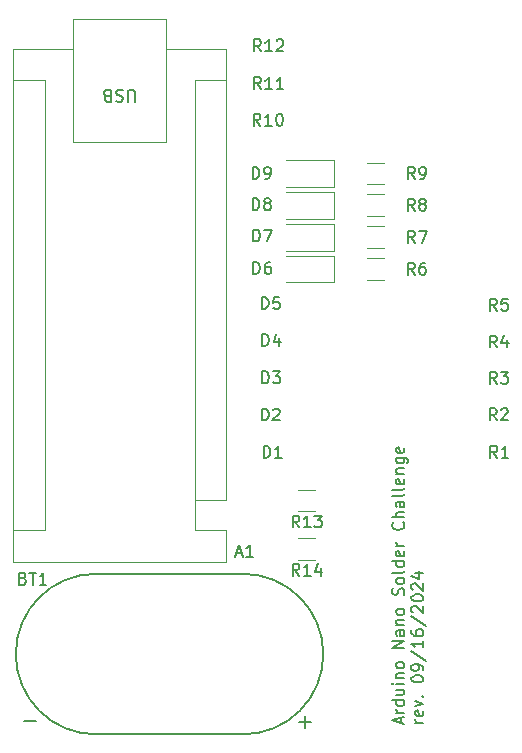
<source format=gbr>
%TF.GenerationSoftware,KiCad,Pcbnew,7.0.2-0*%
%TF.CreationDate,2024-09-16T14:38:33-04:00*%
%TF.ProjectId,ArduinoSolderChallenge,41726475-696e-46f5-936f-6c6465724368,rev?*%
%TF.SameCoordinates,Original*%
%TF.FileFunction,Legend,Top*%
%TF.FilePolarity,Positive*%
%FSLAX46Y46*%
G04 Gerber Fmt 4.6, Leading zero omitted, Abs format (unit mm)*
G04 Created by KiCad (PCBNEW 7.0.2-0) date 2024-09-16 14:38:33*
%MOMM*%
%LPD*%
G01*
G04 APERTURE LIST*
%ADD10C,0.150000*%
%ADD11C,0.120000*%
%ADD12C,0.127000*%
G04 APERTURE END LIST*
D10*
X75471904Y-79609523D02*
X75471904Y-79133333D01*
X75757619Y-79704761D02*
X74757619Y-79371428D01*
X74757619Y-79371428D02*
X75757619Y-79038095D01*
X75757619Y-78704761D02*
X75090952Y-78704761D01*
X75281428Y-78704761D02*
X75186190Y-78657142D01*
X75186190Y-78657142D02*
X75138571Y-78609523D01*
X75138571Y-78609523D02*
X75090952Y-78514285D01*
X75090952Y-78514285D02*
X75090952Y-78419047D01*
X75757619Y-77657142D02*
X74757619Y-77657142D01*
X75710000Y-77657142D02*
X75757619Y-77752380D01*
X75757619Y-77752380D02*
X75757619Y-77942856D01*
X75757619Y-77942856D02*
X75710000Y-78038094D01*
X75710000Y-78038094D02*
X75662380Y-78085713D01*
X75662380Y-78085713D02*
X75567142Y-78133332D01*
X75567142Y-78133332D02*
X75281428Y-78133332D01*
X75281428Y-78133332D02*
X75186190Y-78085713D01*
X75186190Y-78085713D02*
X75138571Y-78038094D01*
X75138571Y-78038094D02*
X75090952Y-77942856D01*
X75090952Y-77942856D02*
X75090952Y-77752380D01*
X75090952Y-77752380D02*
X75138571Y-77657142D01*
X75090952Y-76752380D02*
X75757619Y-76752380D01*
X75090952Y-77180951D02*
X75614761Y-77180951D01*
X75614761Y-77180951D02*
X75710000Y-77133332D01*
X75710000Y-77133332D02*
X75757619Y-77038094D01*
X75757619Y-77038094D02*
X75757619Y-76895237D01*
X75757619Y-76895237D02*
X75710000Y-76799999D01*
X75710000Y-76799999D02*
X75662380Y-76752380D01*
X75757619Y-76276189D02*
X75090952Y-76276189D01*
X74757619Y-76276189D02*
X74805238Y-76323808D01*
X74805238Y-76323808D02*
X74852857Y-76276189D01*
X74852857Y-76276189D02*
X74805238Y-76228570D01*
X74805238Y-76228570D02*
X74757619Y-76276189D01*
X74757619Y-76276189D02*
X74852857Y-76276189D01*
X75090952Y-75799999D02*
X75757619Y-75799999D01*
X75186190Y-75799999D02*
X75138571Y-75752380D01*
X75138571Y-75752380D02*
X75090952Y-75657142D01*
X75090952Y-75657142D02*
X75090952Y-75514285D01*
X75090952Y-75514285D02*
X75138571Y-75419047D01*
X75138571Y-75419047D02*
X75233809Y-75371428D01*
X75233809Y-75371428D02*
X75757619Y-75371428D01*
X75757619Y-74752380D02*
X75710000Y-74847618D01*
X75710000Y-74847618D02*
X75662380Y-74895237D01*
X75662380Y-74895237D02*
X75567142Y-74942856D01*
X75567142Y-74942856D02*
X75281428Y-74942856D01*
X75281428Y-74942856D02*
X75186190Y-74895237D01*
X75186190Y-74895237D02*
X75138571Y-74847618D01*
X75138571Y-74847618D02*
X75090952Y-74752380D01*
X75090952Y-74752380D02*
X75090952Y-74609523D01*
X75090952Y-74609523D02*
X75138571Y-74514285D01*
X75138571Y-74514285D02*
X75186190Y-74466666D01*
X75186190Y-74466666D02*
X75281428Y-74419047D01*
X75281428Y-74419047D02*
X75567142Y-74419047D01*
X75567142Y-74419047D02*
X75662380Y-74466666D01*
X75662380Y-74466666D02*
X75710000Y-74514285D01*
X75710000Y-74514285D02*
X75757619Y-74609523D01*
X75757619Y-74609523D02*
X75757619Y-74752380D01*
X75757619Y-73228570D02*
X74757619Y-73228570D01*
X74757619Y-73228570D02*
X75757619Y-72657142D01*
X75757619Y-72657142D02*
X74757619Y-72657142D01*
X75757619Y-71752380D02*
X75233809Y-71752380D01*
X75233809Y-71752380D02*
X75138571Y-71799999D01*
X75138571Y-71799999D02*
X75090952Y-71895237D01*
X75090952Y-71895237D02*
X75090952Y-72085713D01*
X75090952Y-72085713D02*
X75138571Y-72180951D01*
X75710000Y-71752380D02*
X75757619Y-71847618D01*
X75757619Y-71847618D02*
X75757619Y-72085713D01*
X75757619Y-72085713D02*
X75710000Y-72180951D01*
X75710000Y-72180951D02*
X75614761Y-72228570D01*
X75614761Y-72228570D02*
X75519523Y-72228570D01*
X75519523Y-72228570D02*
X75424285Y-72180951D01*
X75424285Y-72180951D02*
X75376666Y-72085713D01*
X75376666Y-72085713D02*
X75376666Y-71847618D01*
X75376666Y-71847618D02*
X75329047Y-71752380D01*
X75090952Y-71276189D02*
X75757619Y-71276189D01*
X75186190Y-71276189D02*
X75138571Y-71228570D01*
X75138571Y-71228570D02*
X75090952Y-71133332D01*
X75090952Y-71133332D02*
X75090952Y-70990475D01*
X75090952Y-70990475D02*
X75138571Y-70895237D01*
X75138571Y-70895237D02*
X75233809Y-70847618D01*
X75233809Y-70847618D02*
X75757619Y-70847618D01*
X75757619Y-70228570D02*
X75710000Y-70323808D01*
X75710000Y-70323808D02*
X75662380Y-70371427D01*
X75662380Y-70371427D02*
X75567142Y-70419046D01*
X75567142Y-70419046D02*
X75281428Y-70419046D01*
X75281428Y-70419046D02*
X75186190Y-70371427D01*
X75186190Y-70371427D02*
X75138571Y-70323808D01*
X75138571Y-70323808D02*
X75090952Y-70228570D01*
X75090952Y-70228570D02*
X75090952Y-70085713D01*
X75090952Y-70085713D02*
X75138571Y-69990475D01*
X75138571Y-69990475D02*
X75186190Y-69942856D01*
X75186190Y-69942856D02*
X75281428Y-69895237D01*
X75281428Y-69895237D02*
X75567142Y-69895237D01*
X75567142Y-69895237D02*
X75662380Y-69942856D01*
X75662380Y-69942856D02*
X75710000Y-69990475D01*
X75710000Y-69990475D02*
X75757619Y-70085713D01*
X75757619Y-70085713D02*
X75757619Y-70228570D01*
X75710000Y-68752379D02*
X75757619Y-68609522D01*
X75757619Y-68609522D02*
X75757619Y-68371427D01*
X75757619Y-68371427D02*
X75710000Y-68276189D01*
X75710000Y-68276189D02*
X75662380Y-68228570D01*
X75662380Y-68228570D02*
X75567142Y-68180951D01*
X75567142Y-68180951D02*
X75471904Y-68180951D01*
X75471904Y-68180951D02*
X75376666Y-68228570D01*
X75376666Y-68228570D02*
X75329047Y-68276189D01*
X75329047Y-68276189D02*
X75281428Y-68371427D01*
X75281428Y-68371427D02*
X75233809Y-68561903D01*
X75233809Y-68561903D02*
X75186190Y-68657141D01*
X75186190Y-68657141D02*
X75138571Y-68704760D01*
X75138571Y-68704760D02*
X75043333Y-68752379D01*
X75043333Y-68752379D02*
X74948095Y-68752379D01*
X74948095Y-68752379D02*
X74852857Y-68704760D01*
X74852857Y-68704760D02*
X74805238Y-68657141D01*
X74805238Y-68657141D02*
X74757619Y-68561903D01*
X74757619Y-68561903D02*
X74757619Y-68323808D01*
X74757619Y-68323808D02*
X74805238Y-68180951D01*
X75757619Y-67609522D02*
X75710000Y-67704760D01*
X75710000Y-67704760D02*
X75662380Y-67752379D01*
X75662380Y-67752379D02*
X75567142Y-67799998D01*
X75567142Y-67799998D02*
X75281428Y-67799998D01*
X75281428Y-67799998D02*
X75186190Y-67752379D01*
X75186190Y-67752379D02*
X75138571Y-67704760D01*
X75138571Y-67704760D02*
X75090952Y-67609522D01*
X75090952Y-67609522D02*
X75090952Y-67466665D01*
X75090952Y-67466665D02*
X75138571Y-67371427D01*
X75138571Y-67371427D02*
X75186190Y-67323808D01*
X75186190Y-67323808D02*
X75281428Y-67276189D01*
X75281428Y-67276189D02*
X75567142Y-67276189D01*
X75567142Y-67276189D02*
X75662380Y-67323808D01*
X75662380Y-67323808D02*
X75710000Y-67371427D01*
X75710000Y-67371427D02*
X75757619Y-67466665D01*
X75757619Y-67466665D02*
X75757619Y-67609522D01*
X75757619Y-66704760D02*
X75710000Y-66799998D01*
X75710000Y-66799998D02*
X75614761Y-66847617D01*
X75614761Y-66847617D02*
X74757619Y-66847617D01*
X75757619Y-65895236D02*
X74757619Y-65895236D01*
X75710000Y-65895236D02*
X75757619Y-65990474D01*
X75757619Y-65990474D02*
X75757619Y-66180950D01*
X75757619Y-66180950D02*
X75710000Y-66276188D01*
X75710000Y-66276188D02*
X75662380Y-66323807D01*
X75662380Y-66323807D02*
X75567142Y-66371426D01*
X75567142Y-66371426D02*
X75281428Y-66371426D01*
X75281428Y-66371426D02*
X75186190Y-66323807D01*
X75186190Y-66323807D02*
X75138571Y-66276188D01*
X75138571Y-66276188D02*
X75090952Y-66180950D01*
X75090952Y-66180950D02*
X75090952Y-65990474D01*
X75090952Y-65990474D02*
X75138571Y-65895236D01*
X75710000Y-65038093D02*
X75757619Y-65133331D01*
X75757619Y-65133331D02*
X75757619Y-65323807D01*
X75757619Y-65323807D02*
X75710000Y-65419045D01*
X75710000Y-65419045D02*
X75614761Y-65466664D01*
X75614761Y-65466664D02*
X75233809Y-65466664D01*
X75233809Y-65466664D02*
X75138571Y-65419045D01*
X75138571Y-65419045D02*
X75090952Y-65323807D01*
X75090952Y-65323807D02*
X75090952Y-65133331D01*
X75090952Y-65133331D02*
X75138571Y-65038093D01*
X75138571Y-65038093D02*
X75233809Y-64990474D01*
X75233809Y-64990474D02*
X75329047Y-64990474D01*
X75329047Y-64990474D02*
X75424285Y-65466664D01*
X75757619Y-64561902D02*
X75090952Y-64561902D01*
X75281428Y-64561902D02*
X75186190Y-64514283D01*
X75186190Y-64514283D02*
X75138571Y-64466664D01*
X75138571Y-64466664D02*
X75090952Y-64371426D01*
X75090952Y-64371426D02*
X75090952Y-64276188D01*
X75662380Y-62609521D02*
X75710000Y-62657140D01*
X75710000Y-62657140D02*
X75757619Y-62799997D01*
X75757619Y-62799997D02*
X75757619Y-62895235D01*
X75757619Y-62895235D02*
X75710000Y-63038092D01*
X75710000Y-63038092D02*
X75614761Y-63133330D01*
X75614761Y-63133330D02*
X75519523Y-63180949D01*
X75519523Y-63180949D02*
X75329047Y-63228568D01*
X75329047Y-63228568D02*
X75186190Y-63228568D01*
X75186190Y-63228568D02*
X74995714Y-63180949D01*
X74995714Y-63180949D02*
X74900476Y-63133330D01*
X74900476Y-63133330D02*
X74805238Y-63038092D01*
X74805238Y-63038092D02*
X74757619Y-62895235D01*
X74757619Y-62895235D02*
X74757619Y-62799997D01*
X74757619Y-62799997D02*
X74805238Y-62657140D01*
X74805238Y-62657140D02*
X74852857Y-62609521D01*
X75757619Y-62180949D02*
X74757619Y-62180949D01*
X75757619Y-61752378D02*
X75233809Y-61752378D01*
X75233809Y-61752378D02*
X75138571Y-61799997D01*
X75138571Y-61799997D02*
X75090952Y-61895235D01*
X75090952Y-61895235D02*
X75090952Y-62038092D01*
X75090952Y-62038092D02*
X75138571Y-62133330D01*
X75138571Y-62133330D02*
X75186190Y-62180949D01*
X75757619Y-60847616D02*
X75233809Y-60847616D01*
X75233809Y-60847616D02*
X75138571Y-60895235D01*
X75138571Y-60895235D02*
X75090952Y-60990473D01*
X75090952Y-60990473D02*
X75090952Y-61180949D01*
X75090952Y-61180949D02*
X75138571Y-61276187D01*
X75710000Y-60847616D02*
X75757619Y-60942854D01*
X75757619Y-60942854D02*
X75757619Y-61180949D01*
X75757619Y-61180949D02*
X75710000Y-61276187D01*
X75710000Y-61276187D02*
X75614761Y-61323806D01*
X75614761Y-61323806D02*
X75519523Y-61323806D01*
X75519523Y-61323806D02*
X75424285Y-61276187D01*
X75424285Y-61276187D02*
X75376666Y-61180949D01*
X75376666Y-61180949D02*
X75376666Y-60942854D01*
X75376666Y-60942854D02*
X75329047Y-60847616D01*
X75757619Y-60228568D02*
X75710000Y-60323806D01*
X75710000Y-60323806D02*
X75614761Y-60371425D01*
X75614761Y-60371425D02*
X74757619Y-60371425D01*
X75757619Y-59704758D02*
X75710000Y-59799996D01*
X75710000Y-59799996D02*
X75614761Y-59847615D01*
X75614761Y-59847615D02*
X74757619Y-59847615D01*
X75710000Y-58942853D02*
X75757619Y-59038091D01*
X75757619Y-59038091D02*
X75757619Y-59228567D01*
X75757619Y-59228567D02*
X75710000Y-59323805D01*
X75710000Y-59323805D02*
X75614761Y-59371424D01*
X75614761Y-59371424D02*
X75233809Y-59371424D01*
X75233809Y-59371424D02*
X75138571Y-59323805D01*
X75138571Y-59323805D02*
X75090952Y-59228567D01*
X75090952Y-59228567D02*
X75090952Y-59038091D01*
X75090952Y-59038091D02*
X75138571Y-58942853D01*
X75138571Y-58942853D02*
X75233809Y-58895234D01*
X75233809Y-58895234D02*
X75329047Y-58895234D01*
X75329047Y-58895234D02*
X75424285Y-59371424D01*
X75090952Y-58466662D02*
X75757619Y-58466662D01*
X75186190Y-58466662D02*
X75138571Y-58419043D01*
X75138571Y-58419043D02*
X75090952Y-58323805D01*
X75090952Y-58323805D02*
X75090952Y-58180948D01*
X75090952Y-58180948D02*
X75138571Y-58085710D01*
X75138571Y-58085710D02*
X75233809Y-58038091D01*
X75233809Y-58038091D02*
X75757619Y-58038091D01*
X75090952Y-57133329D02*
X75900476Y-57133329D01*
X75900476Y-57133329D02*
X75995714Y-57180948D01*
X75995714Y-57180948D02*
X76043333Y-57228567D01*
X76043333Y-57228567D02*
X76090952Y-57323805D01*
X76090952Y-57323805D02*
X76090952Y-57466662D01*
X76090952Y-57466662D02*
X76043333Y-57561900D01*
X75710000Y-57133329D02*
X75757619Y-57228567D01*
X75757619Y-57228567D02*
X75757619Y-57419043D01*
X75757619Y-57419043D02*
X75710000Y-57514281D01*
X75710000Y-57514281D02*
X75662380Y-57561900D01*
X75662380Y-57561900D02*
X75567142Y-57609519D01*
X75567142Y-57609519D02*
X75281428Y-57609519D01*
X75281428Y-57609519D02*
X75186190Y-57561900D01*
X75186190Y-57561900D02*
X75138571Y-57514281D01*
X75138571Y-57514281D02*
X75090952Y-57419043D01*
X75090952Y-57419043D02*
X75090952Y-57228567D01*
X75090952Y-57228567D02*
X75138571Y-57133329D01*
X75710000Y-56276186D02*
X75757619Y-56371424D01*
X75757619Y-56371424D02*
X75757619Y-56561900D01*
X75757619Y-56561900D02*
X75710000Y-56657138D01*
X75710000Y-56657138D02*
X75614761Y-56704757D01*
X75614761Y-56704757D02*
X75233809Y-56704757D01*
X75233809Y-56704757D02*
X75138571Y-56657138D01*
X75138571Y-56657138D02*
X75090952Y-56561900D01*
X75090952Y-56561900D02*
X75090952Y-56371424D01*
X75090952Y-56371424D02*
X75138571Y-56276186D01*
X75138571Y-56276186D02*
X75233809Y-56228567D01*
X75233809Y-56228567D02*
X75329047Y-56228567D01*
X75329047Y-56228567D02*
X75424285Y-56704757D01*
X77377619Y-79561904D02*
X76710952Y-79561904D01*
X76901428Y-79561904D02*
X76806190Y-79514285D01*
X76806190Y-79514285D02*
X76758571Y-79466666D01*
X76758571Y-79466666D02*
X76710952Y-79371428D01*
X76710952Y-79371428D02*
X76710952Y-79276190D01*
X77330000Y-78561904D02*
X77377619Y-78657142D01*
X77377619Y-78657142D02*
X77377619Y-78847618D01*
X77377619Y-78847618D02*
X77330000Y-78942856D01*
X77330000Y-78942856D02*
X77234761Y-78990475D01*
X77234761Y-78990475D02*
X76853809Y-78990475D01*
X76853809Y-78990475D02*
X76758571Y-78942856D01*
X76758571Y-78942856D02*
X76710952Y-78847618D01*
X76710952Y-78847618D02*
X76710952Y-78657142D01*
X76710952Y-78657142D02*
X76758571Y-78561904D01*
X76758571Y-78561904D02*
X76853809Y-78514285D01*
X76853809Y-78514285D02*
X76949047Y-78514285D01*
X76949047Y-78514285D02*
X77044285Y-78990475D01*
X76710952Y-78180951D02*
X77377619Y-77942856D01*
X77377619Y-77942856D02*
X76710952Y-77704761D01*
X77282380Y-77323808D02*
X77330000Y-77276189D01*
X77330000Y-77276189D02*
X77377619Y-77323808D01*
X77377619Y-77323808D02*
X77330000Y-77371427D01*
X77330000Y-77371427D02*
X77282380Y-77323808D01*
X77282380Y-77323808D02*
X77377619Y-77323808D01*
X76377619Y-75895237D02*
X76377619Y-75799999D01*
X76377619Y-75799999D02*
X76425238Y-75704761D01*
X76425238Y-75704761D02*
X76472857Y-75657142D01*
X76472857Y-75657142D02*
X76568095Y-75609523D01*
X76568095Y-75609523D02*
X76758571Y-75561904D01*
X76758571Y-75561904D02*
X76996666Y-75561904D01*
X76996666Y-75561904D02*
X77187142Y-75609523D01*
X77187142Y-75609523D02*
X77282380Y-75657142D01*
X77282380Y-75657142D02*
X77330000Y-75704761D01*
X77330000Y-75704761D02*
X77377619Y-75799999D01*
X77377619Y-75799999D02*
X77377619Y-75895237D01*
X77377619Y-75895237D02*
X77330000Y-75990475D01*
X77330000Y-75990475D02*
X77282380Y-76038094D01*
X77282380Y-76038094D02*
X77187142Y-76085713D01*
X77187142Y-76085713D02*
X76996666Y-76133332D01*
X76996666Y-76133332D02*
X76758571Y-76133332D01*
X76758571Y-76133332D02*
X76568095Y-76085713D01*
X76568095Y-76085713D02*
X76472857Y-76038094D01*
X76472857Y-76038094D02*
X76425238Y-75990475D01*
X76425238Y-75990475D02*
X76377619Y-75895237D01*
X77377619Y-75085713D02*
X77377619Y-74895237D01*
X77377619Y-74895237D02*
X77330000Y-74799999D01*
X77330000Y-74799999D02*
X77282380Y-74752380D01*
X77282380Y-74752380D02*
X77139523Y-74657142D01*
X77139523Y-74657142D02*
X76949047Y-74609523D01*
X76949047Y-74609523D02*
X76568095Y-74609523D01*
X76568095Y-74609523D02*
X76472857Y-74657142D01*
X76472857Y-74657142D02*
X76425238Y-74704761D01*
X76425238Y-74704761D02*
X76377619Y-74799999D01*
X76377619Y-74799999D02*
X76377619Y-74990475D01*
X76377619Y-74990475D02*
X76425238Y-75085713D01*
X76425238Y-75085713D02*
X76472857Y-75133332D01*
X76472857Y-75133332D02*
X76568095Y-75180951D01*
X76568095Y-75180951D02*
X76806190Y-75180951D01*
X76806190Y-75180951D02*
X76901428Y-75133332D01*
X76901428Y-75133332D02*
X76949047Y-75085713D01*
X76949047Y-75085713D02*
X76996666Y-74990475D01*
X76996666Y-74990475D02*
X76996666Y-74799999D01*
X76996666Y-74799999D02*
X76949047Y-74704761D01*
X76949047Y-74704761D02*
X76901428Y-74657142D01*
X76901428Y-74657142D02*
X76806190Y-74609523D01*
X76330000Y-73466666D02*
X77615714Y-74323808D01*
X77377619Y-72609523D02*
X77377619Y-73180951D01*
X77377619Y-72895237D02*
X76377619Y-72895237D01*
X76377619Y-72895237D02*
X76520476Y-72990475D01*
X76520476Y-72990475D02*
X76615714Y-73085713D01*
X76615714Y-73085713D02*
X76663333Y-73180951D01*
X76377619Y-71752380D02*
X76377619Y-71942856D01*
X76377619Y-71942856D02*
X76425238Y-72038094D01*
X76425238Y-72038094D02*
X76472857Y-72085713D01*
X76472857Y-72085713D02*
X76615714Y-72180951D01*
X76615714Y-72180951D02*
X76806190Y-72228570D01*
X76806190Y-72228570D02*
X77187142Y-72228570D01*
X77187142Y-72228570D02*
X77282380Y-72180951D01*
X77282380Y-72180951D02*
X77330000Y-72133332D01*
X77330000Y-72133332D02*
X77377619Y-72038094D01*
X77377619Y-72038094D02*
X77377619Y-71847618D01*
X77377619Y-71847618D02*
X77330000Y-71752380D01*
X77330000Y-71752380D02*
X77282380Y-71704761D01*
X77282380Y-71704761D02*
X77187142Y-71657142D01*
X77187142Y-71657142D02*
X76949047Y-71657142D01*
X76949047Y-71657142D02*
X76853809Y-71704761D01*
X76853809Y-71704761D02*
X76806190Y-71752380D01*
X76806190Y-71752380D02*
X76758571Y-71847618D01*
X76758571Y-71847618D02*
X76758571Y-72038094D01*
X76758571Y-72038094D02*
X76806190Y-72133332D01*
X76806190Y-72133332D02*
X76853809Y-72180951D01*
X76853809Y-72180951D02*
X76949047Y-72228570D01*
X76330000Y-70514285D02*
X77615714Y-71371427D01*
X76472857Y-70228570D02*
X76425238Y-70180951D01*
X76425238Y-70180951D02*
X76377619Y-70085713D01*
X76377619Y-70085713D02*
X76377619Y-69847618D01*
X76377619Y-69847618D02*
X76425238Y-69752380D01*
X76425238Y-69752380D02*
X76472857Y-69704761D01*
X76472857Y-69704761D02*
X76568095Y-69657142D01*
X76568095Y-69657142D02*
X76663333Y-69657142D01*
X76663333Y-69657142D02*
X76806190Y-69704761D01*
X76806190Y-69704761D02*
X77377619Y-70276189D01*
X77377619Y-70276189D02*
X77377619Y-69657142D01*
X76377619Y-69038094D02*
X76377619Y-68942856D01*
X76377619Y-68942856D02*
X76425238Y-68847618D01*
X76425238Y-68847618D02*
X76472857Y-68799999D01*
X76472857Y-68799999D02*
X76568095Y-68752380D01*
X76568095Y-68752380D02*
X76758571Y-68704761D01*
X76758571Y-68704761D02*
X76996666Y-68704761D01*
X76996666Y-68704761D02*
X77187142Y-68752380D01*
X77187142Y-68752380D02*
X77282380Y-68799999D01*
X77282380Y-68799999D02*
X77330000Y-68847618D01*
X77330000Y-68847618D02*
X77377619Y-68942856D01*
X77377619Y-68942856D02*
X77377619Y-69038094D01*
X77377619Y-69038094D02*
X77330000Y-69133332D01*
X77330000Y-69133332D02*
X77282380Y-69180951D01*
X77282380Y-69180951D02*
X77187142Y-69228570D01*
X77187142Y-69228570D02*
X76996666Y-69276189D01*
X76996666Y-69276189D02*
X76758571Y-69276189D01*
X76758571Y-69276189D02*
X76568095Y-69228570D01*
X76568095Y-69228570D02*
X76472857Y-69180951D01*
X76472857Y-69180951D02*
X76425238Y-69133332D01*
X76425238Y-69133332D02*
X76377619Y-69038094D01*
X76472857Y-68323808D02*
X76425238Y-68276189D01*
X76425238Y-68276189D02*
X76377619Y-68180951D01*
X76377619Y-68180951D02*
X76377619Y-67942856D01*
X76377619Y-67942856D02*
X76425238Y-67847618D01*
X76425238Y-67847618D02*
X76472857Y-67799999D01*
X76472857Y-67799999D02*
X76568095Y-67752380D01*
X76568095Y-67752380D02*
X76663333Y-67752380D01*
X76663333Y-67752380D02*
X76806190Y-67799999D01*
X76806190Y-67799999D02*
X77377619Y-68371427D01*
X77377619Y-68371427D02*
X77377619Y-67752380D01*
X76710952Y-66895237D02*
X77377619Y-66895237D01*
X76330000Y-67133332D02*
X77044285Y-67371427D01*
X77044285Y-67371427D02*
X77044285Y-66752380D01*
%TO.C,A1*%
X61535714Y-65226904D02*
X62011904Y-65226904D01*
X61440476Y-65512619D02*
X61773809Y-64512619D01*
X61773809Y-64512619D02*
X62107142Y-65512619D01*
X62964285Y-65512619D02*
X62392857Y-65512619D01*
X62678571Y-65512619D02*
X62678571Y-64512619D01*
X62678571Y-64512619D02*
X62583333Y-64655476D01*
X62583333Y-64655476D02*
X62488095Y-64750714D01*
X62488095Y-64750714D02*
X62392857Y-64798333D01*
X52941904Y-26967380D02*
X52941904Y-26157857D01*
X52941904Y-26157857D02*
X52894285Y-26062619D01*
X52894285Y-26062619D02*
X52846666Y-26015000D01*
X52846666Y-26015000D02*
X52751428Y-25967380D01*
X52751428Y-25967380D02*
X52560952Y-25967380D01*
X52560952Y-25967380D02*
X52465714Y-26015000D01*
X52465714Y-26015000D02*
X52418095Y-26062619D01*
X52418095Y-26062619D02*
X52370476Y-26157857D01*
X52370476Y-26157857D02*
X52370476Y-26967380D01*
X51941904Y-26015000D02*
X51799047Y-25967380D01*
X51799047Y-25967380D02*
X51560952Y-25967380D01*
X51560952Y-25967380D02*
X51465714Y-26015000D01*
X51465714Y-26015000D02*
X51418095Y-26062619D01*
X51418095Y-26062619D02*
X51370476Y-26157857D01*
X51370476Y-26157857D02*
X51370476Y-26253095D01*
X51370476Y-26253095D02*
X51418095Y-26348333D01*
X51418095Y-26348333D02*
X51465714Y-26395952D01*
X51465714Y-26395952D02*
X51560952Y-26443571D01*
X51560952Y-26443571D02*
X51751428Y-26491190D01*
X51751428Y-26491190D02*
X51846666Y-26538809D01*
X51846666Y-26538809D02*
X51894285Y-26586428D01*
X51894285Y-26586428D02*
X51941904Y-26681666D01*
X51941904Y-26681666D02*
X51941904Y-26776904D01*
X51941904Y-26776904D02*
X51894285Y-26872142D01*
X51894285Y-26872142D02*
X51846666Y-26919761D01*
X51846666Y-26919761D02*
X51751428Y-26967380D01*
X51751428Y-26967380D02*
X51513333Y-26967380D01*
X51513333Y-26967380D02*
X51370476Y-26919761D01*
X50608571Y-26491190D02*
X50465714Y-26443571D01*
X50465714Y-26443571D02*
X50418095Y-26395952D01*
X50418095Y-26395952D02*
X50370476Y-26300714D01*
X50370476Y-26300714D02*
X50370476Y-26157857D01*
X50370476Y-26157857D02*
X50418095Y-26062619D01*
X50418095Y-26062619D02*
X50465714Y-26015000D01*
X50465714Y-26015000D02*
X50560952Y-25967380D01*
X50560952Y-25967380D02*
X50941904Y-25967380D01*
X50941904Y-25967380D02*
X50941904Y-26967380D01*
X50941904Y-26967380D02*
X50608571Y-26967380D01*
X50608571Y-26967380D02*
X50513333Y-26919761D01*
X50513333Y-26919761D02*
X50465714Y-26872142D01*
X50465714Y-26872142D02*
X50418095Y-26776904D01*
X50418095Y-26776904D02*
X50418095Y-26681666D01*
X50418095Y-26681666D02*
X50465714Y-26586428D01*
X50465714Y-26586428D02*
X50513333Y-26538809D01*
X50513333Y-26538809D02*
X50608571Y-26491190D01*
X50608571Y-26491190D02*
X50941904Y-26491190D01*
%TO.C,D5*%
X63711905Y-44522619D02*
X63711905Y-43522619D01*
X63711905Y-43522619D02*
X63950000Y-43522619D01*
X63950000Y-43522619D02*
X64092857Y-43570238D01*
X64092857Y-43570238D02*
X64188095Y-43665476D01*
X64188095Y-43665476D02*
X64235714Y-43760714D01*
X64235714Y-43760714D02*
X64283333Y-43951190D01*
X64283333Y-43951190D02*
X64283333Y-44094047D01*
X64283333Y-44094047D02*
X64235714Y-44284523D01*
X64235714Y-44284523D02*
X64188095Y-44379761D01*
X64188095Y-44379761D02*
X64092857Y-44475000D01*
X64092857Y-44475000D02*
X63950000Y-44522619D01*
X63950000Y-44522619D02*
X63711905Y-44522619D01*
X65188095Y-43522619D02*
X64711905Y-43522619D01*
X64711905Y-43522619D02*
X64664286Y-43998809D01*
X64664286Y-43998809D02*
X64711905Y-43951190D01*
X64711905Y-43951190D02*
X64807143Y-43903571D01*
X64807143Y-43903571D02*
X65045238Y-43903571D01*
X65045238Y-43903571D02*
X65140476Y-43951190D01*
X65140476Y-43951190D02*
X65188095Y-43998809D01*
X65188095Y-43998809D02*
X65235714Y-44094047D01*
X65235714Y-44094047D02*
X65235714Y-44332142D01*
X65235714Y-44332142D02*
X65188095Y-44427380D01*
X65188095Y-44427380D02*
X65140476Y-44475000D01*
X65140476Y-44475000D02*
X65045238Y-44522619D01*
X65045238Y-44522619D02*
X64807143Y-44522619D01*
X64807143Y-44522619D02*
X64711905Y-44475000D01*
X64711905Y-44475000D02*
X64664286Y-44427380D01*
%TO.C,D1*%
X63861905Y-57122619D02*
X63861905Y-56122619D01*
X63861905Y-56122619D02*
X64100000Y-56122619D01*
X64100000Y-56122619D02*
X64242857Y-56170238D01*
X64242857Y-56170238D02*
X64338095Y-56265476D01*
X64338095Y-56265476D02*
X64385714Y-56360714D01*
X64385714Y-56360714D02*
X64433333Y-56551190D01*
X64433333Y-56551190D02*
X64433333Y-56694047D01*
X64433333Y-56694047D02*
X64385714Y-56884523D01*
X64385714Y-56884523D02*
X64338095Y-56979761D01*
X64338095Y-56979761D02*
X64242857Y-57075000D01*
X64242857Y-57075000D02*
X64100000Y-57122619D01*
X64100000Y-57122619D02*
X63861905Y-57122619D01*
X65385714Y-57122619D02*
X64814286Y-57122619D01*
X65100000Y-57122619D02*
X65100000Y-56122619D01*
X65100000Y-56122619D02*
X65004762Y-56265476D01*
X65004762Y-56265476D02*
X64909524Y-56360714D01*
X64909524Y-56360714D02*
X64814286Y-56408333D01*
%TO.C,R1*%
X83635333Y-57126619D02*
X83302000Y-56650428D01*
X83063905Y-57126619D02*
X83063905Y-56126619D01*
X83063905Y-56126619D02*
X83444857Y-56126619D01*
X83444857Y-56126619D02*
X83540095Y-56174238D01*
X83540095Y-56174238D02*
X83587714Y-56221857D01*
X83587714Y-56221857D02*
X83635333Y-56317095D01*
X83635333Y-56317095D02*
X83635333Y-56459952D01*
X83635333Y-56459952D02*
X83587714Y-56555190D01*
X83587714Y-56555190D02*
X83540095Y-56602809D01*
X83540095Y-56602809D02*
X83444857Y-56650428D01*
X83444857Y-56650428D02*
X83063905Y-56650428D01*
X84587714Y-57126619D02*
X84016286Y-57126619D01*
X84302000Y-57126619D02*
X84302000Y-56126619D01*
X84302000Y-56126619D02*
X84206762Y-56269476D01*
X84206762Y-56269476D02*
X84111524Y-56364714D01*
X84111524Y-56364714D02*
X84016286Y-56412333D01*
%TO.C,R6*%
X76663333Y-41622619D02*
X76330000Y-41146428D01*
X76091905Y-41622619D02*
X76091905Y-40622619D01*
X76091905Y-40622619D02*
X76472857Y-40622619D01*
X76472857Y-40622619D02*
X76568095Y-40670238D01*
X76568095Y-40670238D02*
X76615714Y-40717857D01*
X76615714Y-40717857D02*
X76663333Y-40813095D01*
X76663333Y-40813095D02*
X76663333Y-40955952D01*
X76663333Y-40955952D02*
X76615714Y-41051190D01*
X76615714Y-41051190D02*
X76568095Y-41098809D01*
X76568095Y-41098809D02*
X76472857Y-41146428D01*
X76472857Y-41146428D02*
X76091905Y-41146428D01*
X77520476Y-40622619D02*
X77330000Y-40622619D01*
X77330000Y-40622619D02*
X77234762Y-40670238D01*
X77234762Y-40670238D02*
X77187143Y-40717857D01*
X77187143Y-40717857D02*
X77091905Y-40860714D01*
X77091905Y-40860714D02*
X77044286Y-41051190D01*
X77044286Y-41051190D02*
X77044286Y-41432142D01*
X77044286Y-41432142D02*
X77091905Y-41527380D01*
X77091905Y-41527380D02*
X77139524Y-41575000D01*
X77139524Y-41575000D02*
X77234762Y-41622619D01*
X77234762Y-41622619D02*
X77425238Y-41622619D01*
X77425238Y-41622619D02*
X77520476Y-41575000D01*
X77520476Y-41575000D02*
X77568095Y-41527380D01*
X77568095Y-41527380D02*
X77615714Y-41432142D01*
X77615714Y-41432142D02*
X77615714Y-41194047D01*
X77615714Y-41194047D02*
X77568095Y-41098809D01*
X77568095Y-41098809D02*
X77520476Y-41051190D01*
X77520476Y-41051190D02*
X77425238Y-41003571D01*
X77425238Y-41003571D02*
X77234762Y-41003571D01*
X77234762Y-41003571D02*
X77139524Y-41051190D01*
X77139524Y-41051190D02*
X77091905Y-41098809D01*
X77091905Y-41098809D02*
X77044286Y-41194047D01*
%TO.C,R5*%
X83623333Y-44672619D02*
X83290000Y-44196428D01*
X83051905Y-44672619D02*
X83051905Y-43672619D01*
X83051905Y-43672619D02*
X83432857Y-43672619D01*
X83432857Y-43672619D02*
X83528095Y-43720238D01*
X83528095Y-43720238D02*
X83575714Y-43767857D01*
X83575714Y-43767857D02*
X83623333Y-43863095D01*
X83623333Y-43863095D02*
X83623333Y-44005952D01*
X83623333Y-44005952D02*
X83575714Y-44101190D01*
X83575714Y-44101190D02*
X83528095Y-44148809D01*
X83528095Y-44148809D02*
X83432857Y-44196428D01*
X83432857Y-44196428D02*
X83051905Y-44196428D01*
X84528095Y-43672619D02*
X84051905Y-43672619D01*
X84051905Y-43672619D02*
X84004286Y-44148809D01*
X84004286Y-44148809D02*
X84051905Y-44101190D01*
X84051905Y-44101190D02*
X84147143Y-44053571D01*
X84147143Y-44053571D02*
X84385238Y-44053571D01*
X84385238Y-44053571D02*
X84480476Y-44101190D01*
X84480476Y-44101190D02*
X84528095Y-44148809D01*
X84528095Y-44148809D02*
X84575714Y-44244047D01*
X84575714Y-44244047D02*
X84575714Y-44482142D01*
X84575714Y-44482142D02*
X84528095Y-44577380D01*
X84528095Y-44577380D02*
X84480476Y-44625000D01*
X84480476Y-44625000D02*
X84385238Y-44672619D01*
X84385238Y-44672619D02*
X84147143Y-44672619D01*
X84147143Y-44672619D02*
X84051905Y-44625000D01*
X84051905Y-44625000D02*
X84004286Y-44577380D01*
%TO.C,D9*%
X62941905Y-33512619D02*
X62941905Y-32512619D01*
X62941905Y-32512619D02*
X63180000Y-32512619D01*
X63180000Y-32512619D02*
X63322857Y-32560238D01*
X63322857Y-32560238D02*
X63418095Y-32655476D01*
X63418095Y-32655476D02*
X63465714Y-32750714D01*
X63465714Y-32750714D02*
X63513333Y-32941190D01*
X63513333Y-32941190D02*
X63513333Y-33084047D01*
X63513333Y-33084047D02*
X63465714Y-33274523D01*
X63465714Y-33274523D02*
X63418095Y-33369761D01*
X63418095Y-33369761D02*
X63322857Y-33465000D01*
X63322857Y-33465000D02*
X63180000Y-33512619D01*
X63180000Y-33512619D02*
X62941905Y-33512619D01*
X63989524Y-33512619D02*
X64180000Y-33512619D01*
X64180000Y-33512619D02*
X64275238Y-33465000D01*
X64275238Y-33465000D02*
X64322857Y-33417380D01*
X64322857Y-33417380D02*
X64418095Y-33274523D01*
X64418095Y-33274523D02*
X64465714Y-33084047D01*
X64465714Y-33084047D02*
X64465714Y-32703095D01*
X64465714Y-32703095D02*
X64418095Y-32607857D01*
X64418095Y-32607857D02*
X64370476Y-32560238D01*
X64370476Y-32560238D02*
X64275238Y-32512619D01*
X64275238Y-32512619D02*
X64084762Y-32512619D01*
X64084762Y-32512619D02*
X63989524Y-32560238D01*
X63989524Y-32560238D02*
X63941905Y-32607857D01*
X63941905Y-32607857D02*
X63894286Y-32703095D01*
X63894286Y-32703095D02*
X63894286Y-32941190D01*
X63894286Y-32941190D02*
X63941905Y-33036428D01*
X63941905Y-33036428D02*
X63989524Y-33084047D01*
X63989524Y-33084047D02*
X64084762Y-33131666D01*
X64084762Y-33131666D02*
X64275238Y-33131666D01*
X64275238Y-33131666D02*
X64370476Y-33084047D01*
X64370476Y-33084047D02*
X64418095Y-33036428D01*
X64418095Y-33036428D02*
X64465714Y-32941190D01*
%TO.C,R14*%
X66887142Y-67112619D02*
X66553809Y-66636428D01*
X66315714Y-67112619D02*
X66315714Y-66112619D01*
X66315714Y-66112619D02*
X66696666Y-66112619D01*
X66696666Y-66112619D02*
X66791904Y-66160238D01*
X66791904Y-66160238D02*
X66839523Y-66207857D01*
X66839523Y-66207857D02*
X66887142Y-66303095D01*
X66887142Y-66303095D02*
X66887142Y-66445952D01*
X66887142Y-66445952D02*
X66839523Y-66541190D01*
X66839523Y-66541190D02*
X66791904Y-66588809D01*
X66791904Y-66588809D02*
X66696666Y-66636428D01*
X66696666Y-66636428D02*
X66315714Y-66636428D01*
X67839523Y-67112619D02*
X67268095Y-67112619D01*
X67553809Y-67112619D02*
X67553809Y-66112619D01*
X67553809Y-66112619D02*
X67458571Y-66255476D01*
X67458571Y-66255476D02*
X67363333Y-66350714D01*
X67363333Y-66350714D02*
X67268095Y-66398333D01*
X68696666Y-66445952D02*
X68696666Y-67112619D01*
X68458571Y-66065000D02*
X68220476Y-66779285D01*
X68220476Y-66779285D02*
X68839523Y-66779285D01*
%TO.C,R13*%
X66887142Y-63032619D02*
X66553809Y-62556428D01*
X66315714Y-63032619D02*
X66315714Y-62032619D01*
X66315714Y-62032619D02*
X66696666Y-62032619D01*
X66696666Y-62032619D02*
X66791904Y-62080238D01*
X66791904Y-62080238D02*
X66839523Y-62127857D01*
X66839523Y-62127857D02*
X66887142Y-62223095D01*
X66887142Y-62223095D02*
X66887142Y-62365952D01*
X66887142Y-62365952D02*
X66839523Y-62461190D01*
X66839523Y-62461190D02*
X66791904Y-62508809D01*
X66791904Y-62508809D02*
X66696666Y-62556428D01*
X66696666Y-62556428D02*
X66315714Y-62556428D01*
X67839523Y-63032619D02*
X67268095Y-63032619D01*
X67553809Y-63032619D02*
X67553809Y-62032619D01*
X67553809Y-62032619D02*
X67458571Y-62175476D01*
X67458571Y-62175476D02*
X67363333Y-62270714D01*
X67363333Y-62270714D02*
X67268095Y-62318333D01*
X68172857Y-62032619D02*
X68791904Y-62032619D01*
X68791904Y-62032619D02*
X68458571Y-62413571D01*
X68458571Y-62413571D02*
X68601428Y-62413571D01*
X68601428Y-62413571D02*
X68696666Y-62461190D01*
X68696666Y-62461190D02*
X68744285Y-62508809D01*
X68744285Y-62508809D02*
X68791904Y-62604047D01*
X68791904Y-62604047D02*
X68791904Y-62842142D01*
X68791904Y-62842142D02*
X68744285Y-62937380D01*
X68744285Y-62937380D02*
X68696666Y-62985000D01*
X68696666Y-62985000D02*
X68601428Y-63032619D01*
X68601428Y-63032619D02*
X68315714Y-63032619D01*
X68315714Y-63032619D02*
X68220476Y-62985000D01*
X68220476Y-62985000D02*
X68172857Y-62937380D01*
%TO.C,D6*%
X62991905Y-41562619D02*
X62991905Y-40562619D01*
X62991905Y-40562619D02*
X63230000Y-40562619D01*
X63230000Y-40562619D02*
X63372857Y-40610238D01*
X63372857Y-40610238D02*
X63468095Y-40705476D01*
X63468095Y-40705476D02*
X63515714Y-40800714D01*
X63515714Y-40800714D02*
X63563333Y-40991190D01*
X63563333Y-40991190D02*
X63563333Y-41134047D01*
X63563333Y-41134047D02*
X63515714Y-41324523D01*
X63515714Y-41324523D02*
X63468095Y-41419761D01*
X63468095Y-41419761D02*
X63372857Y-41515000D01*
X63372857Y-41515000D02*
X63230000Y-41562619D01*
X63230000Y-41562619D02*
X62991905Y-41562619D01*
X64420476Y-40562619D02*
X64230000Y-40562619D01*
X64230000Y-40562619D02*
X64134762Y-40610238D01*
X64134762Y-40610238D02*
X64087143Y-40657857D01*
X64087143Y-40657857D02*
X63991905Y-40800714D01*
X63991905Y-40800714D02*
X63944286Y-40991190D01*
X63944286Y-40991190D02*
X63944286Y-41372142D01*
X63944286Y-41372142D02*
X63991905Y-41467380D01*
X63991905Y-41467380D02*
X64039524Y-41515000D01*
X64039524Y-41515000D02*
X64134762Y-41562619D01*
X64134762Y-41562619D02*
X64325238Y-41562619D01*
X64325238Y-41562619D02*
X64420476Y-41515000D01*
X64420476Y-41515000D02*
X64468095Y-41467380D01*
X64468095Y-41467380D02*
X64515714Y-41372142D01*
X64515714Y-41372142D02*
X64515714Y-41134047D01*
X64515714Y-41134047D02*
X64468095Y-41038809D01*
X64468095Y-41038809D02*
X64420476Y-40991190D01*
X64420476Y-40991190D02*
X64325238Y-40943571D01*
X64325238Y-40943571D02*
X64134762Y-40943571D01*
X64134762Y-40943571D02*
X64039524Y-40991190D01*
X64039524Y-40991190D02*
X63991905Y-41038809D01*
X63991905Y-41038809D02*
X63944286Y-41134047D01*
%TO.C,R12*%
X63627142Y-22712619D02*
X63293809Y-22236428D01*
X63055714Y-22712619D02*
X63055714Y-21712619D01*
X63055714Y-21712619D02*
X63436666Y-21712619D01*
X63436666Y-21712619D02*
X63531904Y-21760238D01*
X63531904Y-21760238D02*
X63579523Y-21807857D01*
X63579523Y-21807857D02*
X63627142Y-21903095D01*
X63627142Y-21903095D02*
X63627142Y-22045952D01*
X63627142Y-22045952D02*
X63579523Y-22141190D01*
X63579523Y-22141190D02*
X63531904Y-22188809D01*
X63531904Y-22188809D02*
X63436666Y-22236428D01*
X63436666Y-22236428D02*
X63055714Y-22236428D01*
X64579523Y-22712619D02*
X64008095Y-22712619D01*
X64293809Y-22712619D02*
X64293809Y-21712619D01*
X64293809Y-21712619D02*
X64198571Y-21855476D01*
X64198571Y-21855476D02*
X64103333Y-21950714D01*
X64103333Y-21950714D02*
X64008095Y-21998333D01*
X64960476Y-21807857D02*
X65008095Y-21760238D01*
X65008095Y-21760238D02*
X65103333Y-21712619D01*
X65103333Y-21712619D02*
X65341428Y-21712619D01*
X65341428Y-21712619D02*
X65436666Y-21760238D01*
X65436666Y-21760238D02*
X65484285Y-21807857D01*
X65484285Y-21807857D02*
X65531904Y-21903095D01*
X65531904Y-21903095D02*
X65531904Y-21998333D01*
X65531904Y-21998333D02*
X65484285Y-22141190D01*
X65484285Y-22141190D02*
X64912857Y-22712619D01*
X64912857Y-22712619D02*
X65531904Y-22712619D01*
%TO.C,R3*%
X83623333Y-50850619D02*
X83290000Y-50374428D01*
X83051905Y-50850619D02*
X83051905Y-49850619D01*
X83051905Y-49850619D02*
X83432857Y-49850619D01*
X83432857Y-49850619D02*
X83528095Y-49898238D01*
X83528095Y-49898238D02*
X83575714Y-49945857D01*
X83575714Y-49945857D02*
X83623333Y-50041095D01*
X83623333Y-50041095D02*
X83623333Y-50183952D01*
X83623333Y-50183952D02*
X83575714Y-50279190D01*
X83575714Y-50279190D02*
X83528095Y-50326809D01*
X83528095Y-50326809D02*
X83432857Y-50374428D01*
X83432857Y-50374428D02*
X83051905Y-50374428D01*
X83956667Y-49850619D02*
X84575714Y-49850619D01*
X84575714Y-49850619D02*
X84242381Y-50231571D01*
X84242381Y-50231571D02*
X84385238Y-50231571D01*
X84385238Y-50231571D02*
X84480476Y-50279190D01*
X84480476Y-50279190D02*
X84528095Y-50326809D01*
X84528095Y-50326809D02*
X84575714Y-50422047D01*
X84575714Y-50422047D02*
X84575714Y-50660142D01*
X84575714Y-50660142D02*
X84528095Y-50755380D01*
X84528095Y-50755380D02*
X84480476Y-50803000D01*
X84480476Y-50803000D02*
X84385238Y-50850619D01*
X84385238Y-50850619D02*
X84099524Y-50850619D01*
X84099524Y-50850619D02*
X84004286Y-50803000D01*
X84004286Y-50803000D02*
X83956667Y-50755380D01*
%TO.C,BT1*%
X43514285Y-67338809D02*
X43657142Y-67386428D01*
X43657142Y-67386428D02*
X43704761Y-67434047D01*
X43704761Y-67434047D02*
X43752380Y-67529285D01*
X43752380Y-67529285D02*
X43752380Y-67672142D01*
X43752380Y-67672142D02*
X43704761Y-67767380D01*
X43704761Y-67767380D02*
X43657142Y-67815000D01*
X43657142Y-67815000D02*
X43561904Y-67862619D01*
X43561904Y-67862619D02*
X43180952Y-67862619D01*
X43180952Y-67862619D02*
X43180952Y-66862619D01*
X43180952Y-66862619D02*
X43514285Y-66862619D01*
X43514285Y-66862619D02*
X43609523Y-66910238D01*
X43609523Y-66910238D02*
X43657142Y-66957857D01*
X43657142Y-66957857D02*
X43704761Y-67053095D01*
X43704761Y-67053095D02*
X43704761Y-67148333D01*
X43704761Y-67148333D02*
X43657142Y-67243571D01*
X43657142Y-67243571D02*
X43609523Y-67291190D01*
X43609523Y-67291190D02*
X43514285Y-67338809D01*
X43514285Y-67338809D02*
X43180952Y-67338809D01*
X44038095Y-66862619D02*
X44609523Y-66862619D01*
X44323809Y-67862619D02*
X44323809Y-66862619D01*
X45466666Y-67862619D02*
X44895238Y-67862619D01*
X45180952Y-67862619D02*
X45180952Y-66862619D01*
X45180952Y-66862619D02*
X45085714Y-67005476D01*
X45085714Y-67005476D02*
X44990476Y-67100714D01*
X44990476Y-67100714D02*
X44895238Y-67148333D01*
%TO.C,R10*%
X63587142Y-29012619D02*
X63253809Y-28536428D01*
X63015714Y-29012619D02*
X63015714Y-28012619D01*
X63015714Y-28012619D02*
X63396666Y-28012619D01*
X63396666Y-28012619D02*
X63491904Y-28060238D01*
X63491904Y-28060238D02*
X63539523Y-28107857D01*
X63539523Y-28107857D02*
X63587142Y-28203095D01*
X63587142Y-28203095D02*
X63587142Y-28345952D01*
X63587142Y-28345952D02*
X63539523Y-28441190D01*
X63539523Y-28441190D02*
X63491904Y-28488809D01*
X63491904Y-28488809D02*
X63396666Y-28536428D01*
X63396666Y-28536428D02*
X63015714Y-28536428D01*
X64539523Y-29012619D02*
X63968095Y-29012619D01*
X64253809Y-29012619D02*
X64253809Y-28012619D01*
X64253809Y-28012619D02*
X64158571Y-28155476D01*
X64158571Y-28155476D02*
X64063333Y-28250714D01*
X64063333Y-28250714D02*
X63968095Y-28298333D01*
X65158571Y-28012619D02*
X65253809Y-28012619D01*
X65253809Y-28012619D02*
X65349047Y-28060238D01*
X65349047Y-28060238D02*
X65396666Y-28107857D01*
X65396666Y-28107857D02*
X65444285Y-28203095D01*
X65444285Y-28203095D02*
X65491904Y-28393571D01*
X65491904Y-28393571D02*
X65491904Y-28631666D01*
X65491904Y-28631666D02*
X65444285Y-28822142D01*
X65444285Y-28822142D02*
X65396666Y-28917380D01*
X65396666Y-28917380D02*
X65349047Y-28965000D01*
X65349047Y-28965000D02*
X65253809Y-29012619D01*
X65253809Y-29012619D02*
X65158571Y-29012619D01*
X65158571Y-29012619D02*
X65063333Y-28965000D01*
X65063333Y-28965000D02*
X65015714Y-28917380D01*
X65015714Y-28917380D02*
X64968095Y-28822142D01*
X64968095Y-28822142D02*
X64920476Y-28631666D01*
X64920476Y-28631666D02*
X64920476Y-28393571D01*
X64920476Y-28393571D02*
X64968095Y-28203095D01*
X64968095Y-28203095D02*
X65015714Y-28107857D01*
X65015714Y-28107857D02*
X65063333Y-28060238D01*
X65063333Y-28060238D02*
X65158571Y-28012619D01*
%TO.C,D3*%
X63751905Y-50822619D02*
X63751905Y-49822619D01*
X63751905Y-49822619D02*
X63990000Y-49822619D01*
X63990000Y-49822619D02*
X64132857Y-49870238D01*
X64132857Y-49870238D02*
X64228095Y-49965476D01*
X64228095Y-49965476D02*
X64275714Y-50060714D01*
X64275714Y-50060714D02*
X64323333Y-50251190D01*
X64323333Y-50251190D02*
X64323333Y-50394047D01*
X64323333Y-50394047D02*
X64275714Y-50584523D01*
X64275714Y-50584523D02*
X64228095Y-50679761D01*
X64228095Y-50679761D02*
X64132857Y-50775000D01*
X64132857Y-50775000D02*
X63990000Y-50822619D01*
X63990000Y-50822619D02*
X63751905Y-50822619D01*
X64656667Y-49822619D02*
X65275714Y-49822619D01*
X65275714Y-49822619D02*
X64942381Y-50203571D01*
X64942381Y-50203571D02*
X65085238Y-50203571D01*
X65085238Y-50203571D02*
X65180476Y-50251190D01*
X65180476Y-50251190D02*
X65228095Y-50298809D01*
X65228095Y-50298809D02*
X65275714Y-50394047D01*
X65275714Y-50394047D02*
X65275714Y-50632142D01*
X65275714Y-50632142D02*
X65228095Y-50727380D01*
X65228095Y-50727380D02*
X65180476Y-50775000D01*
X65180476Y-50775000D02*
X65085238Y-50822619D01*
X65085238Y-50822619D02*
X64799524Y-50822619D01*
X64799524Y-50822619D02*
X64704286Y-50775000D01*
X64704286Y-50775000D02*
X64656667Y-50727380D01*
%TO.C,R7*%
X76663333Y-38912619D02*
X76330000Y-38436428D01*
X76091905Y-38912619D02*
X76091905Y-37912619D01*
X76091905Y-37912619D02*
X76472857Y-37912619D01*
X76472857Y-37912619D02*
X76568095Y-37960238D01*
X76568095Y-37960238D02*
X76615714Y-38007857D01*
X76615714Y-38007857D02*
X76663333Y-38103095D01*
X76663333Y-38103095D02*
X76663333Y-38245952D01*
X76663333Y-38245952D02*
X76615714Y-38341190D01*
X76615714Y-38341190D02*
X76568095Y-38388809D01*
X76568095Y-38388809D02*
X76472857Y-38436428D01*
X76472857Y-38436428D02*
X76091905Y-38436428D01*
X76996667Y-37912619D02*
X77663333Y-37912619D01*
X77663333Y-37912619D02*
X77234762Y-38912619D01*
%TO.C,R2*%
X83603333Y-53950619D02*
X83270000Y-53474428D01*
X83031905Y-53950619D02*
X83031905Y-52950619D01*
X83031905Y-52950619D02*
X83412857Y-52950619D01*
X83412857Y-52950619D02*
X83508095Y-52998238D01*
X83508095Y-52998238D02*
X83555714Y-53045857D01*
X83555714Y-53045857D02*
X83603333Y-53141095D01*
X83603333Y-53141095D02*
X83603333Y-53283952D01*
X83603333Y-53283952D02*
X83555714Y-53379190D01*
X83555714Y-53379190D02*
X83508095Y-53426809D01*
X83508095Y-53426809D02*
X83412857Y-53474428D01*
X83412857Y-53474428D02*
X83031905Y-53474428D01*
X83984286Y-53045857D02*
X84031905Y-52998238D01*
X84031905Y-52998238D02*
X84127143Y-52950619D01*
X84127143Y-52950619D02*
X84365238Y-52950619D01*
X84365238Y-52950619D02*
X84460476Y-52998238D01*
X84460476Y-52998238D02*
X84508095Y-53045857D01*
X84508095Y-53045857D02*
X84555714Y-53141095D01*
X84555714Y-53141095D02*
X84555714Y-53236333D01*
X84555714Y-53236333D02*
X84508095Y-53379190D01*
X84508095Y-53379190D02*
X83936667Y-53950619D01*
X83936667Y-53950619D02*
X84555714Y-53950619D01*
%TO.C,D4*%
X63751905Y-47672619D02*
X63751905Y-46672619D01*
X63751905Y-46672619D02*
X63990000Y-46672619D01*
X63990000Y-46672619D02*
X64132857Y-46720238D01*
X64132857Y-46720238D02*
X64228095Y-46815476D01*
X64228095Y-46815476D02*
X64275714Y-46910714D01*
X64275714Y-46910714D02*
X64323333Y-47101190D01*
X64323333Y-47101190D02*
X64323333Y-47244047D01*
X64323333Y-47244047D02*
X64275714Y-47434523D01*
X64275714Y-47434523D02*
X64228095Y-47529761D01*
X64228095Y-47529761D02*
X64132857Y-47625000D01*
X64132857Y-47625000D02*
X63990000Y-47672619D01*
X63990000Y-47672619D02*
X63751905Y-47672619D01*
X65180476Y-47005952D02*
X65180476Y-47672619D01*
X64942381Y-46625000D02*
X64704286Y-47339285D01*
X64704286Y-47339285D02*
X65323333Y-47339285D01*
%TO.C,R8*%
X76663333Y-36202619D02*
X76330000Y-35726428D01*
X76091905Y-36202619D02*
X76091905Y-35202619D01*
X76091905Y-35202619D02*
X76472857Y-35202619D01*
X76472857Y-35202619D02*
X76568095Y-35250238D01*
X76568095Y-35250238D02*
X76615714Y-35297857D01*
X76615714Y-35297857D02*
X76663333Y-35393095D01*
X76663333Y-35393095D02*
X76663333Y-35535952D01*
X76663333Y-35535952D02*
X76615714Y-35631190D01*
X76615714Y-35631190D02*
X76568095Y-35678809D01*
X76568095Y-35678809D02*
X76472857Y-35726428D01*
X76472857Y-35726428D02*
X76091905Y-35726428D01*
X77234762Y-35631190D02*
X77139524Y-35583571D01*
X77139524Y-35583571D02*
X77091905Y-35535952D01*
X77091905Y-35535952D02*
X77044286Y-35440714D01*
X77044286Y-35440714D02*
X77044286Y-35393095D01*
X77044286Y-35393095D02*
X77091905Y-35297857D01*
X77091905Y-35297857D02*
X77139524Y-35250238D01*
X77139524Y-35250238D02*
X77234762Y-35202619D01*
X77234762Y-35202619D02*
X77425238Y-35202619D01*
X77425238Y-35202619D02*
X77520476Y-35250238D01*
X77520476Y-35250238D02*
X77568095Y-35297857D01*
X77568095Y-35297857D02*
X77615714Y-35393095D01*
X77615714Y-35393095D02*
X77615714Y-35440714D01*
X77615714Y-35440714D02*
X77568095Y-35535952D01*
X77568095Y-35535952D02*
X77520476Y-35583571D01*
X77520476Y-35583571D02*
X77425238Y-35631190D01*
X77425238Y-35631190D02*
X77234762Y-35631190D01*
X77234762Y-35631190D02*
X77139524Y-35678809D01*
X77139524Y-35678809D02*
X77091905Y-35726428D01*
X77091905Y-35726428D02*
X77044286Y-35821666D01*
X77044286Y-35821666D02*
X77044286Y-36012142D01*
X77044286Y-36012142D02*
X77091905Y-36107380D01*
X77091905Y-36107380D02*
X77139524Y-36155000D01*
X77139524Y-36155000D02*
X77234762Y-36202619D01*
X77234762Y-36202619D02*
X77425238Y-36202619D01*
X77425238Y-36202619D02*
X77520476Y-36155000D01*
X77520476Y-36155000D02*
X77568095Y-36107380D01*
X77568095Y-36107380D02*
X77615714Y-36012142D01*
X77615714Y-36012142D02*
X77615714Y-35821666D01*
X77615714Y-35821666D02*
X77568095Y-35726428D01*
X77568095Y-35726428D02*
X77520476Y-35678809D01*
X77520476Y-35678809D02*
X77425238Y-35631190D01*
%TO.C,R4*%
X83623333Y-47786619D02*
X83290000Y-47310428D01*
X83051905Y-47786619D02*
X83051905Y-46786619D01*
X83051905Y-46786619D02*
X83432857Y-46786619D01*
X83432857Y-46786619D02*
X83528095Y-46834238D01*
X83528095Y-46834238D02*
X83575714Y-46881857D01*
X83575714Y-46881857D02*
X83623333Y-46977095D01*
X83623333Y-46977095D02*
X83623333Y-47119952D01*
X83623333Y-47119952D02*
X83575714Y-47215190D01*
X83575714Y-47215190D02*
X83528095Y-47262809D01*
X83528095Y-47262809D02*
X83432857Y-47310428D01*
X83432857Y-47310428D02*
X83051905Y-47310428D01*
X84480476Y-47119952D02*
X84480476Y-47786619D01*
X84242381Y-46739000D02*
X84004286Y-47453285D01*
X84004286Y-47453285D02*
X84623333Y-47453285D01*
%TO.C,R11*%
X63627142Y-25912619D02*
X63293809Y-25436428D01*
X63055714Y-25912619D02*
X63055714Y-24912619D01*
X63055714Y-24912619D02*
X63436666Y-24912619D01*
X63436666Y-24912619D02*
X63531904Y-24960238D01*
X63531904Y-24960238D02*
X63579523Y-25007857D01*
X63579523Y-25007857D02*
X63627142Y-25103095D01*
X63627142Y-25103095D02*
X63627142Y-25245952D01*
X63627142Y-25245952D02*
X63579523Y-25341190D01*
X63579523Y-25341190D02*
X63531904Y-25388809D01*
X63531904Y-25388809D02*
X63436666Y-25436428D01*
X63436666Y-25436428D02*
X63055714Y-25436428D01*
X64579523Y-25912619D02*
X64008095Y-25912619D01*
X64293809Y-25912619D02*
X64293809Y-24912619D01*
X64293809Y-24912619D02*
X64198571Y-25055476D01*
X64198571Y-25055476D02*
X64103333Y-25150714D01*
X64103333Y-25150714D02*
X64008095Y-25198333D01*
X65531904Y-25912619D02*
X64960476Y-25912619D01*
X65246190Y-25912619D02*
X65246190Y-24912619D01*
X65246190Y-24912619D02*
X65150952Y-25055476D01*
X65150952Y-25055476D02*
X65055714Y-25150714D01*
X65055714Y-25150714D02*
X64960476Y-25198333D01*
%TO.C,D2*%
X63711905Y-53972619D02*
X63711905Y-52972619D01*
X63711905Y-52972619D02*
X63950000Y-52972619D01*
X63950000Y-52972619D02*
X64092857Y-53020238D01*
X64092857Y-53020238D02*
X64188095Y-53115476D01*
X64188095Y-53115476D02*
X64235714Y-53210714D01*
X64235714Y-53210714D02*
X64283333Y-53401190D01*
X64283333Y-53401190D02*
X64283333Y-53544047D01*
X64283333Y-53544047D02*
X64235714Y-53734523D01*
X64235714Y-53734523D02*
X64188095Y-53829761D01*
X64188095Y-53829761D02*
X64092857Y-53925000D01*
X64092857Y-53925000D02*
X63950000Y-53972619D01*
X63950000Y-53972619D02*
X63711905Y-53972619D01*
X64664286Y-53067857D02*
X64711905Y-53020238D01*
X64711905Y-53020238D02*
X64807143Y-52972619D01*
X64807143Y-52972619D02*
X65045238Y-52972619D01*
X65045238Y-52972619D02*
X65140476Y-53020238D01*
X65140476Y-53020238D02*
X65188095Y-53067857D01*
X65188095Y-53067857D02*
X65235714Y-53163095D01*
X65235714Y-53163095D02*
X65235714Y-53258333D01*
X65235714Y-53258333D02*
X65188095Y-53401190D01*
X65188095Y-53401190D02*
X64616667Y-53972619D01*
X64616667Y-53972619D02*
X65235714Y-53972619D01*
%TO.C,D7*%
X62991905Y-38812619D02*
X62991905Y-37812619D01*
X62991905Y-37812619D02*
X63230000Y-37812619D01*
X63230000Y-37812619D02*
X63372857Y-37860238D01*
X63372857Y-37860238D02*
X63468095Y-37955476D01*
X63468095Y-37955476D02*
X63515714Y-38050714D01*
X63515714Y-38050714D02*
X63563333Y-38241190D01*
X63563333Y-38241190D02*
X63563333Y-38384047D01*
X63563333Y-38384047D02*
X63515714Y-38574523D01*
X63515714Y-38574523D02*
X63468095Y-38669761D01*
X63468095Y-38669761D02*
X63372857Y-38765000D01*
X63372857Y-38765000D02*
X63230000Y-38812619D01*
X63230000Y-38812619D02*
X62991905Y-38812619D01*
X63896667Y-37812619D02*
X64563333Y-37812619D01*
X64563333Y-37812619D02*
X64134762Y-38812619D01*
%TO.C,R9*%
X76663333Y-33532619D02*
X76330000Y-33056428D01*
X76091905Y-33532619D02*
X76091905Y-32532619D01*
X76091905Y-32532619D02*
X76472857Y-32532619D01*
X76472857Y-32532619D02*
X76568095Y-32580238D01*
X76568095Y-32580238D02*
X76615714Y-32627857D01*
X76615714Y-32627857D02*
X76663333Y-32723095D01*
X76663333Y-32723095D02*
X76663333Y-32865952D01*
X76663333Y-32865952D02*
X76615714Y-32961190D01*
X76615714Y-32961190D02*
X76568095Y-33008809D01*
X76568095Y-33008809D02*
X76472857Y-33056428D01*
X76472857Y-33056428D02*
X76091905Y-33056428D01*
X77139524Y-33532619D02*
X77330000Y-33532619D01*
X77330000Y-33532619D02*
X77425238Y-33485000D01*
X77425238Y-33485000D02*
X77472857Y-33437380D01*
X77472857Y-33437380D02*
X77568095Y-33294523D01*
X77568095Y-33294523D02*
X77615714Y-33104047D01*
X77615714Y-33104047D02*
X77615714Y-32723095D01*
X77615714Y-32723095D02*
X77568095Y-32627857D01*
X77568095Y-32627857D02*
X77520476Y-32580238D01*
X77520476Y-32580238D02*
X77425238Y-32532619D01*
X77425238Y-32532619D02*
X77234762Y-32532619D01*
X77234762Y-32532619D02*
X77139524Y-32580238D01*
X77139524Y-32580238D02*
X77091905Y-32627857D01*
X77091905Y-32627857D02*
X77044286Y-32723095D01*
X77044286Y-32723095D02*
X77044286Y-32961190D01*
X77044286Y-32961190D02*
X77091905Y-33056428D01*
X77091905Y-33056428D02*
X77139524Y-33104047D01*
X77139524Y-33104047D02*
X77234762Y-33151666D01*
X77234762Y-33151666D02*
X77425238Y-33151666D01*
X77425238Y-33151666D02*
X77520476Y-33104047D01*
X77520476Y-33104047D02*
X77568095Y-33056428D01*
X77568095Y-33056428D02*
X77615714Y-32961190D01*
%TO.C,D8*%
X62941905Y-36162619D02*
X62941905Y-35162619D01*
X62941905Y-35162619D02*
X63180000Y-35162619D01*
X63180000Y-35162619D02*
X63322857Y-35210238D01*
X63322857Y-35210238D02*
X63418095Y-35305476D01*
X63418095Y-35305476D02*
X63465714Y-35400714D01*
X63465714Y-35400714D02*
X63513333Y-35591190D01*
X63513333Y-35591190D02*
X63513333Y-35734047D01*
X63513333Y-35734047D02*
X63465714Y-35924523D01*
X63465714Y-35924523D02*
X63418095Y-36019761D01*
X63418095Y-36019761D02*
X63322857Y-36115000D01*
X63322857Y-36115000D02*
X63180000Y-36162619D01*
X63180000Y-36162619D02*
X62941905Y-36162619D01*
X64084762Y-35591190D02*
X63989524Y-35543571D01*
X63989524Y-35543571D02*
X63941905Y-35495952D01*
X63941905Y-35495952D02*
X63894286Y-35400714D01*
X63894286Y-35400714D02*
X63894286Y-35353095D01*
X63894286Y-35353095D02*
X63941905Y-35257857D01*
X63941905Y-35257857D02*
X63989524Y-35210238D01*
X63989524Y-35210238D02*
X64084762Y-35162619D01*
X64084762Y-35162619D02*
X64275238Y-35162619D01*
X64275238Y-35162619D02*
X64370476Y-35210238D01*
X64370476Y-35210238D02*
X64418095Y-35257857D01*
X64418095Y-35257857D02*
X64465714Y-35353095D01*
X64465714Y-35353095D02*
X64465714Y-35400714D01*
X64465714Y-35400714D02*
X64418095Y-35495952D01*
X64418095Y-35495952D02*
X64370476Y-35543571D01*
X64370476Y-35543571D02*
X64275238Y-35591190D01*
X64275238Y-35591190D02*
X64084762Y-35591190D01*
X64084762Y-35591190D02*
X63989524Y-35638809D01*
X63989524Y-35638809D02*
X63941905Y-35686428D01*
X63941905Y-35686428D02*
X63894286Y-35781666D01*
X63894286Y-35781666D02*
X63894286Y-35972142D01*
X63894286Y-35972142D02*
X63941905Y-36067380D01*
X63941905Y-36067380D02*
X63989524Y-36115000D01*
X63989524Y-36115000D02*
X64084762Y-36162619D01*
X64084762Y-36162619D02*
X64275238Y-36162619D01*
X64275238Y-36162619D02*
X64370476Y-36115000D01*
X64370476Y-36115000D02*
X64418095Y-36067380D01*
X64418095Y-36067380D02*
X64465714Y-35972142D01*
X64465714Y-35972142D02*
X64465714Y-35781666D01*
X64465714Y-35781666D02*
X64418095Y-35686428D01*
X64418095Y-35686428D02*
X64370476Y-35638809D01*
X64370476Y-35638809D02*
X64275238Y-35591190D01*
D11*
%TO.C,A1*%
X60700000Y-65930000D02*
X60700000Y-63260000D01*
X60700000Y-60720000D02*
X60700000Y-22490000D01*
X60700000Y-22490000D02*
X55620000Y-22490000D01*
X58030000Y-63260000D02*
X60700000Y-63260000D01*
X58030000Y-60720000D02*
X60700000Y-60720000D01*
X58030000Y-60720000D02*
X58030000Y-63260000D01*
X58030000Y-60720000D02*
X58030000Y-25160000D01*
X58030000Y-25160000D02*
X60700000Y-25160000D01*
X55620000Y-30370000D02*
X47740000Y-30370000D01*
X55620000Y-19950000D02*
X55620000Y-30370000D01*
X47740000Y-30370000D02*
X47740000Y-19950000D01*
X47740000Y-19950000D02*
X55620000Y-19950000D01*
X45330000Y-63260000D02*
X45330000Y-25160000D01*
X45330000Y-63260000D02*
X42660000Y-63260000D01*
X45330000Y-25160000D02*
X42660000Y-25160000D01*
X42660000Y-65930000D02*
X60700000Y-65930000D01*
X42660000Y-22490000D02*
X47740000Y-22490000D01*
X42660000Y-22490000D02*
X42660000Y-65930000D01*
%TO.C,R6*%
X74057064Y-42060000D02*
X72602936Y-42060000D01*
X74057064Y-40240000D02*
X72602936Y-40240000D01*
%TO.C,D9*%
X69790000Y-34185000D02*
X69790000Y-31915000D01*
X69790000Y-31915000D02*
X65730000Y-31915000D01*
X65730000Y-34185000D02*
X69790000Y-34185000D01*
%TO.C,R14*%
X66802936Y-63940000D02*
X68257064Y-63940000D01*
X66802936Y-65760000D02*
X68257064Y-65760000D01*
%TO.C,R13*%
X68257064Y-61660000D02*
X66802936Y-61660000D01*
X68257064Y-59840000D02*
X66802936Y-59840000D01*
%TO.C,D6*%
X69790000Y-42285000D02*
X69790000Y-40015000D01*
X69790000Y-40015000D02*
X65730000Y-40015000D01*
X65730000Y-42285000D02*
X69790000Y-42285000D01*
D12*
%TO.C,BT1*%
X67880800Y-79482400D02*
X66880800Y-79482400D01*
X67380800Y-79982400D02*
X67380800Y-78982400D01*
X62125000Y-80545000D02*
X49675000Y-80545000D01*
X49675000Y-66955000D02*
X62125000Y-66955000D01*
X44589000Y-79439600D02*
X43589000Y-79439600D01*
X62125000Y-80545000D02*
G75*
G03*
X68920000Y-73750000I1J6794999D01*
G01*
X68920000Y-73750000D02*
G75*
G03*
X62125000Y-66955000I-6794999J1D01*
G01*
X42880000Y-73750000D02*
G75*
G03*
X49675000Y-80545000I6795000J0D01*
G01*
X49675000Y-66955000D02*
G75*
G03*
X42880000Y-73750000I0J-6795000D01*
G01*
D11*
%TO.C,R7*%
X74057064Y-39360000D02*
X72602936Y-39360000D01*
X74057064Y-37540000D02*
X72602936Y-37540000D01*
%TO.C,R8*%
X74057064Y-36660000D02*
X72602936Y-36660000D01*
X74057064Y-34840000D02*
X72602936Y-34840000D01*
%TO.C,D7*%
X69790000Y-39585000D02*
X69790000Y-37315000D01*
X69790000Y-37315000D02*
X65730000Y-37315000D01*
X65730000Y-39585000D02*
X69790000Y-39585000D01*
%TO.C,R9*%
X74057064Y-33960000D02*
X72602936Y-33960000D01*
X74057064Y-32140000D02*
X72602936Y-32140000D01*
%TO.C,D8*%
X69790000Y-36885000D02*
X69790000Y-34615000D01*
X69790000Y-34615000D02*
X65730000Y-34615000D01*
X65730000Y-36885000D02*
X69790000Y-36885000D01*
%TD*%
M02*

</source>
